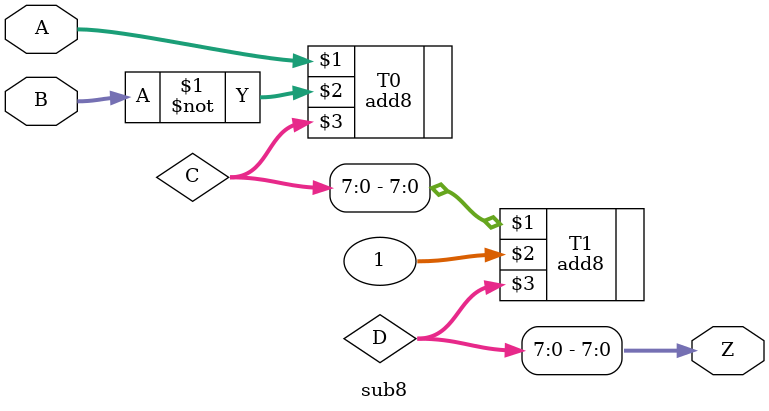
<source format=v>
`include add8.v

module sub8(

 input wire [7:0] A,
 input wire [7:0] B,
 output wire [7:0] Z

);

wire [8:0] C;
add8 T0(A, ~B, C);
wire [8:0] D;
add8 T1(C[7:0], 1, D);
assign Z = D[7:0];

endmodule

</source>
